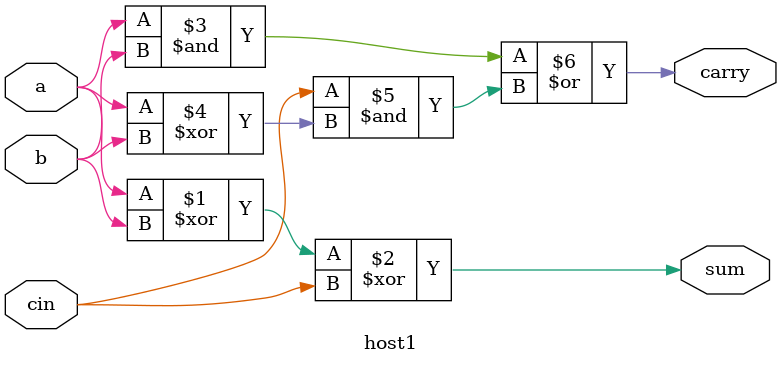
<source format=v>
module host1(a,b,cin,sum,carry); 
input a,b,cin; 
output sum,carry; 
assign sum=( (a ^ b)^cin); 
assign carry= ( (a & b)| ( cin &(a ^ b ))); 
endmodule 
</source>
